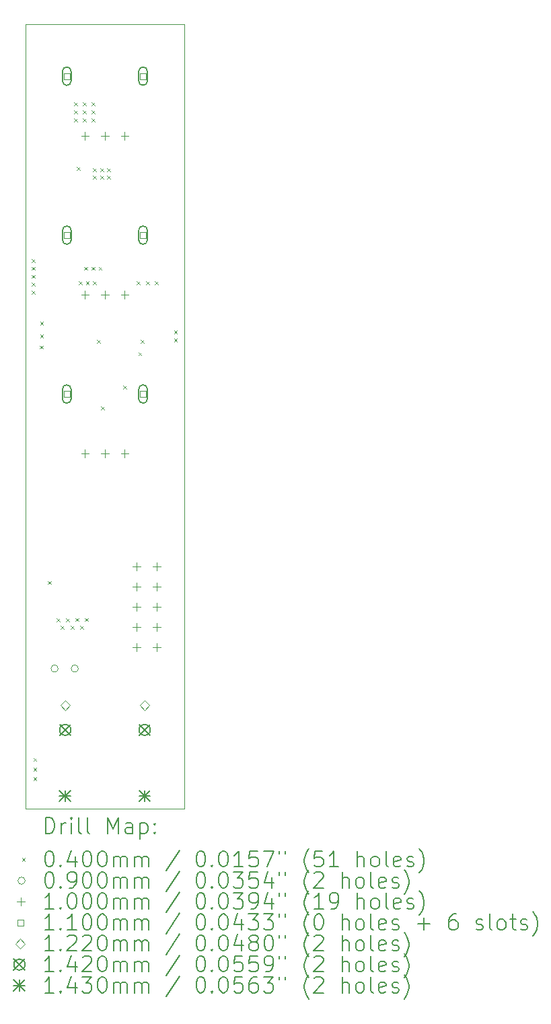
<source format=gbr>
%TF.GenerationSoftware,KiCad,Pcbnew,6.0.7+dfsg-1~bpo11+1*%
%TF.CreationDate,2022-10-26T04:05:37+08:00*%
%TF.ProjectId,MiniDelay v1.0 - Main,4d696e69-4465-46c6-9179-2076312e3020,rev?*%
%TF.SameCoordinates,Original*%
%TF.FileFunction,Drillmap*%
%TF.FilePolarity,Positive*%
%FSLAX45Y45*%
G04 Gerber Fmt 4.5, Leading zero omitted, Abs format (unit mm)*
G04 Created by KiCad (PCBNEW 6.0.7+dfsg-1~bpo11+1) date 2022-10-26 04:05:37*
%MOMM*%
%LPD*%
G01*
G04 APERTURE LIST*
%ADD10C,0.100000*%
%ADD11C,0.200000*%
%ADD12C,0.040000*%
%ADD13C,0.090000*%
%ADD14C,0.110000*%
%ADD15C,0.122000*%
%ADD16C,0.142000*%
%ADD17C,0.143000*%
G04 APERTURE END LIST*
D10*
X12500000Y-15615000D02*
X12500000Y-5750000D01*
X12500000Y-5750000D02*
X14500000Y-5750000D01*
X14500000Y-5750000D02*
X14500000Y-15615000D01*
X14500000Y-15615000D02*
X12500000Y-15615000D01*
D11*
D12*
X12580000Y-8700000D02*
X12620000Y-8740000D01*
X12620000Y-8700000D02*
X12580000Y-8740000D01*
X12580000Y-8800000D02*
X12620000Y-8840000D01*
X12620000Y-8800000D02*
X12580000Y-8840000D01*
X12580000Y-8900000D02*
X12620000Y-8940000D01*
X12620000Y-8900000D02*
X12580000Y-8940000D01*
X12580000Y-9000000D02*
X12620000Y-9040000D01*
X12620000Y-9000000D02*
X12580000Y-9040000D01*
X12580000Y-9100000D02*
X12620000Y-9140000D01*
X12620000Y-9100000D02*
X12580000Y-9140000D01*
X12600000Y-14980000D02*
X12640000Y-15020000D01*
X12640000Y-14980000D02*
X12600000Y-15020000D01*
X12600000Y-15100000D02*
X12640000Y-15140000D01*
X12640000Y-15100000D02*
X12600000Y-15140000D01*
X12600000Y-15220000D02*
X12640000Y-15260000D01*
X12640000Y-15220000D02*
X12600000Y-15260000D01*
X12680000Y-9790000D02*
X12720000Y-9830000D01*
X12720000Y-9790000D02*
X12680000Y-9830000D01*
X12685000Y-9492500D02*
X12725000Y-9532500D01*
X12725000Y-9492500D02*
X12685000Y-9532500D01*
X12685000Y-9650000D02*
X12725000Y-9690000D01*
X12725000Y-9650000D02*
X12685000Y-9690000D01*
X12782500Y-12752500D02*
X12822500Y-12792500D01*
X12822500Y-12752500D02*
X12782500Y-12792500D01*
X12890000Y-13225000D02*
X12930000Y-13265000D01*
X12930000Y-13225000D02*
X12890000Y-13265000D01*
X12942500Y-13317500D02*
X12982500Y-13357500D01*
X12982500Y-13317500D02*
X12942500Y-13357500D01*
X13010000Y-13222500D02*
X13050000Y-13262500D01*
X13050000Y-13222500D02*
X13010000Y-13262500D01*
X13070000Y-13317500D02*
X13110000Y-13357500D01*
X13110000Y-13317500D02*
X13070000Y-13357500D01*
X13110000Y-6730000D02*
X13150000Y-6770000D01*
X13150000Y-6730000D02*
X13110000Y-6770000D01*
X13110000Y-6830000D02*
X13150000Y-6870000D01*
X13150000Y-6830000D02*
X13110000Y-6870000D01*
X13110000Y-6930000D02*
X13150000Y-6970000D01*
X13150000Y-6930000D02*
X13110000Y-6970000D01*
X13127500Y-13220000D02*
X13167500Y-13260000D01*
X13167500Y-13220000D02*
X13127500Y-13260000D01*
X13145000Y-7540000D02*
X13185000Y-7580000D01*
X13185000Y-7540000D02*
X13145000Y-7580000D01*
X13170000Y-8980000D02*
X13210000Y-9020000D01*
X13210000Y-8980000D02*
X13170000Y-9020000D01*
X13190000Y-13317500D02*
X13230000Y-13357500D01*
X13230000Y-13317500D02*
X13190000Y-13357500D01*
X13220000Y-6730000D02*
X13260000Y-6770000D01*
X13260000Y-6730000D02*
X13220000Y-6770000D01*
X13220000Y-6830000D02*
X13260000Y-6870000D01*
X13260000Y-6830000D02*
X13220000Y-6870000D01*
X13220000Y-6930000D02*
X13260000Y-6970000D01*
X13260000Y-6930000D02*
X13220000Y-6970000D01*
X13240000Y-8800000D02*
X13280000Y-8840000D01*
X13280000Y-8800000D02*
X13240000Y-8840000D01*
X13250000Y-13220000D02*
X13290000Y-13260000D01*
X13290000Y-13220000D02*
X13250000Y-13260000D01*
X13260000Y-8980000D02*
X13300000Y-9020000D01*
X13300000Y-8980000D02*
X13260000Y-9020000D01*
X13330000Y-6730000D02*
X13370000Y-6770000D01*
X13370000Y-6730000D02*
X13330000Y-6770000D01*
X13330000Y-6830000D02*
X13370000Y-6870000D01*
X13370000Y-6830000D02*
X13330000Y-6870000D01*
X13330000Y-6930000D02*
X13370000Y-6970000D01*
X13370000Y-6930000D02*
X13330000Y-6970000D01*
X13330000Y-8800000D02*
X13370000Y-8840000D01*
X13370000Y-8800000D02*
X13330000Y-8840000D01*
X13350000Y-7560000D02*
X13390000Y-7600000D01*
X13390000Y-7560000D02*
X13350000Y-7600000D01*
X13350000Y-7650000D02*
X13390000Y-7690000D01*
X13390000Y-7650000D02*
X13350000Y-7690000D01*
X13350000Y-8980000D02*
X13390000Y-9020000D01*
X13390000Y-8980000D02*
X13350000Y-9020000D01*
X13397500Y-9717500D02*
X13437500Y-9757500D01*
X13437500Y-9717500D02*
X13397500Y-9757500D01*
X13420000Y-8800000D02*
X13460000Y-8840000D01*
X13460000Y-8800000D02*
X13420000Y-8840000D01*
X13440000Y-7560000D02*
X13480000Y-7600000D01*
X13480000Y-7560000D02*
X13440000Y-7600000D01*
X13440000Y-7650000D02*
X13480000Y-7690000D01*
X13480000Y-7650000D02*
X13440000Y-7690000D01*
X13451000Y-10559000D02*
X13491000Y-10599000D01*
X13491000Y-10559000D02*
X13451000Y-10599000D01*
X13530000Y-7560000D02*
X13570000Y-7600000D01*
X13570000Y-7560000D02*
X13530000Y-7600000D01*
X13530000Y-7650000D02*
X13570000Y-7690000D01*
X13570000Y-7650000D02*
X13530000Y-7690000D01*
X13730000Y-10295000D02*
X13770000Y-10335000D01*
X13770000Y-10295000D02*
X13730000Y-10335000D01*
X13900000Y-8980000D02*
X13940000Y-9020000D01*
X13940000Y-8980000D02*
X13900000Y-9020000D01*
X13920000Y-9875000D02*
X13960000Y-9915000D01*
X13960000Y-9875000D02*
X13920000Y-9915000D01*
X13947500Y-9717500D02*
X13987500Y-9757500D01*
X13987500Y-9717500D02*
X13947500Y-9757500D01*
X14020000Y-8980000D02*
X14060000Y-9020000D01*
X14060000Y-8980000D02*
X14020000Y-9020000D01*
X14130000Y-8980000D02*
X14170000Y-9020000D01*
X14170000Y-8980000D02*
X14130000Y-9020000D01*
X14370000Y-9600000D02*
X14410000Y-9640000D01*
X14410000Y-9600000D02*
X14370000Y-9640000D01*
X14370000Y-9700000D02*
X14410000Y-9740000D01*
X14410000Y-9700000D02*
X14370000Y-9740000D01*
D13*
X12911000Y-13855000D02*
G75*
G03*
X12911000Y-13855000I-45000J0D01*
G01*
X13165000Y-13855000D02*
G75*
G03*
X13165000Y-13855000I-45000J0D01*
G01*
D10*
X13250000Y-7100000D02*
X13250000Y-7200000D01*
X13200000Y-7150000D02*
X13300000Y-7150000D01*
X13250000Y-9100000D02*
X13250000Y-9200000D01*
X13200000Y-9150000D02*
X13300000Y-9150000D01*
X13250000Y-11100000D02*
X13250000Y-11200000D01*
X13200000Y-11150000D02*
X13300000Y-11150000D01*
X13500000Y-7100000D02*
X13500000Y-7200000D01*
X13450000Y-7150000D02*
X13550000Y-7150000D01*
X13500000Y-9100000D02*
X13500000Y-9200000D01*
X13450000Y-9150000D02*
X13550000Y-9150000D01*
X13500000Y-11100000D02*
X13500000Y-11200000D01*
X13450000Y-11150000D02*
X13550000Y-11150000D01*
X13750000Y-7100000D02*
X13750000Y-7200000D01*
X13700000Y-7150000D02*
X13800000Y-7150000D01*
X13750000Y-9100000D02*
X13750000Y-9200000D01*
X13700000Y-9150000D02*
X13800000Y-9150000D01*
X13750000Y-11100000D02*
X13750000Y-11200000D01*
X13700000Y-11150000D02*
X13800000Y-11150000D01*
X13899750Y-12517000D02*
X13899750Y-12617000D01*
X13849750Y-12567000D02*
X13949750Y-12567000D01*
X13899750Y-12771000D02*
X13899750Y-12871000D01*
X13849750Y-12821000D02*
X13949750Y-12821000D01*
X13899750Y-13025000D02*
X13899750Y-13125000D01*
X13849750Y-13075000D02*
X13949750Y-13075000D01*
X13899750Y-13279000D02*
X13899750Y-13379000D01*
X13849750Y-13329000D02*
X13949750Y-13329000D01*
X13899750Y-13533000D02*
X13899750Y-13633000D01*
X13849750Y-13583000D02*
X13949750Y-13583000D01*
X14153750Y-12517000D02*
X14153750Y-12617000D01*
X14103750Y-12567000D02*
X14203750Y-12567000D01*
X14153750Y-12771000D02*
X14153750Y-12871000D01*
X14103750Y-12821000D02*
X14203750Y-12821000D01*
X14153750Y-13025000D02*
X14153750Y-13125000D01*
X14103750Y-13075000D02*
X14203750Y-13075000D01*
X14153750Y-13279000D02*
X14153750Y-13379000D01*
X14103750Y-13329000D02*
X14203750Y-13329000D01*
X14153750Y-13533000D02*
X14153750Y-13633000D01*
X14103750Y-13583000D02*
X14203750Y-13583000D01*
D14*
X13058891Y-6438891D02*
X13058891Y-6361109D01*
X12981109Y-6361109D01*
X12981109Y-6438891D01*
X13058891Y-6438891D01*
D11*
X13075000Y-6460000D02*
X13075000Y-6340000D01*
X12965000Y-6460000D02*
X12965000Y-6340000D01*
X13075000Y-6340000D02*
G75*
G03*
X12965000Y-6340000I-55000J0D01*
G01*
X12965000Y-6460000D02*
G75*
G03*
X13075000Y-6460000I55000J0D01*
G01*
D14*
X13058891Y-8438891D02*
X13058891Y-8361109D01*
X12981109Y-8361109D01*
X12981109Y-8438891D01*
X13058891Y-8438891D01*
D11*
X13075000Y-8460000D02*
X13075000Y-8340000D01*
X12965000Y-8460000D02*
X12965000Y-8340000D01*
X13075000Y-8340000D02*
G75*
G03*
X12965000Y-8340000I-55000J0D01*
G01*
X12965000Y-8460000D02*
G75*
G03*
X13075000Y-8460000I55000J0D01*
G01*
D14*
X13058891Y-10438891D02*
X13058891Y-10361109D01*
X12981109Y-10361109D01*
X12981109Y-10438891D01*
X13058891Y-10438891D01*
D11*
X13075000Y-10460000D02*
X13075000Y-10340000D01*
X12965000Y-10460000D02*
X12965000Y-10340000D01*
X13075000Y-10340000D02*
G75*
G03*
X12965000Y-10340000I-55000J0D01*
G01*
X12965000Y-10460000D02*
G75*
G03*
X13075000Y-10460000I55000J0D01*
G01*
D14*
X14018891Y-6438891D02*
X14018891Y-6361109D01*
X13941109Y-6361109D01*
X13941109Y-6438891D01*
X14018891Y-6438891D01*
D11*
X14035000Y-6460000D02*
X14035000Y-6340000D01*
X13925000Y-6460000D02*
X13925000Y-6340000D01*
X14035000Y-6340000D02*
G75*
G03*
X13925000Y-6340000I-55000J0D01*
G01*
X13925000Y-6460000D02*
G75*
G03*
X14035000Y-6460000I55000J0D01*
G01*
D14*
X14018891Y-8438891D02*
X14018891Y-8361109D01*
X13941109Y-8361109D01*
X13941109Y-8438891D01*
X14018891Y-8438891D01*
D11*
X14035000Y-8460000D02*
X14035000Y-8340000D01*
X13925000Y-8460000D02*
X13925000Y-8340000D01*
X14035000Y-8340000D02*
G75*
G03*
X13925000Y-8340000I-55000J0D01*
G01*
X13925000Y-8460000D02*
G75*
G03*
X14035000Y-8460000I55000J0D01*
G01*
D14*
X14018891Y-10438891D02*
X14018891Y-10361109D01*
X13941109Y-10361109D01*
X13941109Y-10438891D01*
X14018891Y-10438891D01*
D11*
X14035000Y-10460000D02*
X14035000Y-10340000D01*
X13925000Y-10460000D02*
X13925000Y-10340000D01*
X14035000Y-10340000D02*
G75*
G03*
X13925000Y-10340000I-55000J0D01*
G01*
X13925000Y-10460000D02*
G75*
G03*
X14035000Y-10460000I55000J0D01*
G01*
D15*
X13000000Y-14378000D02*
X13061000Y-14317000D01*
X13000000Y-14256000D01*
X12939000Y-14317000D01*
X13000000Y-14378000D01*
X14000000Y-14378000D02*
X14061000Y-14317000D01*
X14000000Y-14256000D01*
X13939000Y-14317000D01*
X14000000Y-14378000D01*
D16*
X12929000Y-14556000D02*
X13071000Y-14698000D01*
X13071000Y-14556000D02*
X12929000Y-14698000D01*
X13071000Y-14627000D02*
G75*
G03*
X13071000Y-14627000I-71000J0D01*
G01*
X13929000Y-14556000D02*
X14071000Y-14698000D01*
X14071000Y-14556000D02*
X13929000Y-14698000D01*
X14071000Y-14627000D02*
G75*
G03*
X14071000Y-14627000I-71000J0D01*
G01*
D17*
X12928500Y-15385500D02*
X13071500Y-15528500D01*
X13071500Y-15385500D02*
X12928500Y-15528500D01*
X13000000Y-15385500D02*
X13000000Y-15528500D01*
X12928500Y-15457000D02*
X13071500Y-15457000D01*
X13928500Y-15385500D02*
X14071500Y-15528500D01*
X14071500Y-15385500D02*
X13928500Y-15528500D01*
X14000000Y-15385500D02*
X14000000Y-15528500D01*
X13928500Y-15457000D02*
X14071500Y-15457000D01*
D11*
X12752619Y-15930476D02*
X12752619Y-15730476D01*
X12800238Y-15730476D01*
X12828809Y-15740000D01*
X12847857Y-15759048D01*
X12857381Y-15778095D01*
X12866905Y-15816190D01*
X12866905Y-15844762D01*
X12857381Y-15882857D01*
X12847857Y-15901905D01*
X12828809Y-15920952D01*
X12800238Y-15930476D01*
X12752619Y-15930476D01*
X12952619Y-15930476D02*
X12952619Y-15797143D01*
X12952619Y-15835238D02*
X12962143Y-15816190D01*
X12971667Y-15806667D01*
X12990714Y-15797143D01*
X13009762Y-15797143D01*
X13076428Y-15930476D02*
X13076428Y-15797143D01*
X13076428Y-15730476D02*
X13066905Y-15740000D01*
X13076428Y-15749524D01*
X13085952Y-15740000D01*
X13076428Y-15730476D01*
X13076428Y-15749524D01*
X13200238Y-15930476D02*
X13181190Y-15920952D01*
X13171667Y-15901905D01*
X13171667Y-15730476D01*
X13305000Y-15930476D02*
X13285952Y-15920952D01*
X13276428Y-15901905D01*
X13276428Y-15730476D01*
X13533571Y-15930476D02*
X13533571Y-15730476D01*
X13600238Y-15873333D01*
X13666905Y-15730476D01*
X13666905Y-15930476D01*
X13847857Y-15930476D02*
X13847857Y-15825714D01*
X13838333Y-15806667D01*
X13819286Y-15797143D01*
X13781190Y-15797143D01*
X13762143Y-15806667D01*
X13847857Y-15920952D02*
X13828809Y-15930476D01*
X13781190Y-15930476D01*
X13762143Y-15920952D01*
X13752619Y-15901905D01*
X13752619Y-15882857D01*
X13762143Y-15863809D01*
X13781190Y-15854286D01*
X13828809Y-15854286D01*
X13847857Y-15844762D01*
X13943095Y-15797143D02*
X13943095Y-15997143D01*
X13943095Y-15806667D02*
X13962143Y-15797143D01*
X14000238Y-15797143D01*
X14019286Y-15806667D01*
X14028809Y-15816190D01*
X14038333Y-15835238D01*
X14038333Y-15892381D01*
X14028809Y-15911428D01*
X14019286Y-15920952D01*
X14000238Y-15930476D01*
X13962143Y-15930476D01*
X13943095Y-15920952D01*
X14124048Y-15911428D02*
X14133571Y-15920952D01*
X14124048Y-15930476D01*
X14114524Y-15920952D01*
X14124048Y-15911428D01*
X14124048Y-15930476D01*
X14124048Y-15806667D02*
X14133571Y-15816190D01*
X14124048Y-15825714D01*
X14114524Y-15816190D01*
X14124048Y-15806667D01*
X14124048Y-15825714D01*
D12*
X12455000Y-16240000D02*
X12495000Y-16280000D01*
X12495000Y-16240000D02*
X12455000Y-16280000D01*
D11*
X12790714Y-16150476D02*
X12809762Y-16150476D01*
X12828809Y-16160000D01*
X12838333Y-16169524D01*
X12847857Y-16188571D01*
X12857381Y-16226667D01*
X12857381Y-16274286D01*
X12847857Y-16312381D01*
X12838333Y-16331428D01*
X12828809Y-16340952D01*
X12809762Y-16350476D01*
X12790714Y-16350476D01*
X12771667Y-16340952D01*
X12762143Y-16331428D01*
X12752619Y-16312381D01*
X12743095Y-16274286D01*
X12743095Y-16226667D01*
X12752619Y-16188571D01*
X12762143Y-16169524D01*
X12771667Y-16160000D01*
X12790714Y-16150476D01*
X12943095Y-16331428D02*
X12952619Y-16340952D01*
X12943095Y-16350476D01*
X12933571Y-16340952D01*
X12943095Y-16331428D01*
X12943095Y-16350476D01*
X13124048Y-16217143D02*
X13124048Y-16350476D01*
X13076428Y-16140952D02*
X13028809Y-16283809D01*
X13152619Y-16283809D01*
X13266905Y-16150476D02*
X13285952Y-16150476D01*
X13305000Y-16160000D01*
X13314524Y-16169524D01*
X13324048Y-16188571D01*
X13333571Y-16226667D01*
X13333571Y-16274286D01*
X13324048Y-16312381D01*
X13314524Y-16331428D01*
X13305000Y-16340952D01*
X13285952Y-16350476D01*
X13266905Y-16350476D01*
X13247857Y-16340952D01*
X13238333Y-16331428D01*
X13228809Y-16312381D01*
X13219286Y-16274286D01*
X13219286Y-16226667D01*
X13228809Y-16188571D01*
X13238333Y-16169524D01*
X13247857Y-16160000D01*
X13266905Y-16150476D01*
X13457381Y-16150476D02*
X13476428Y-16150476D01*
X13495476Y-16160000D01*
X13505000Y-16169524D01*
X13514524Y-16188571D01*
X13524048Y-16226667D01*
X13524048Y-16274286D01*
X13514524Y-16312381D01*
X13505000Y-16331428D01*
X13495476Y-16340952D01*
X13476428Y-16350476D01*
X13457381Y-16350476D01*
X13438333Y-16340952D01*
X13428809Y-16331428D01*
X13419286Y-16312381D01*
X13409762Y-16274286D01*
X13409762Y-16226667D01*
X13419286Y-16188571D01*
X13428809Y-16169524D01*
X13438333Y-16160000D01*
X13457381Y-16150476D01*
X13609762Y-16350476D02*
X13609762Y-16217143D01*
X13609762Y-16236190D02*
X13619286Y-16226667D01*
X13638333Y-16217143D01*
X13666905Y-16217143D01*
X13685952Y-16226667D01*
X13695476Y-16245714D01*
X13695476Y-16350476D01*
X13695476Y-16245714D02*
X13705000Y-16226667D01*
X13724048Y-16217143D01*
X13752619Y-16217143D01*
X13771667Y-16226667D01*
X13781190Y-16245714D01*
X13781190Y-16350476D01*
X13876428Y-16350476D02*
X13876428Y-16217143D01*
X13876428Y-16236190D02*
X13885952Y-16226667D01*
X13905000Y-16217143D01*
X13933571Y-16217143D01*
X13952619Y-16226667D01*
X13962143Y-16245714D01*
X13962143Y-16350476D01*
X13962143Y-16245714D02*
X13971667Y-16226667D01*
X13990714Y-16217143D01*
X14019286Y-16217143D01*
X14038333Y-16226667D01*
X14047857Y-16245714D01*
X14047857Y-16350476D01*
X14438333Y-16140952D02*
X14266905Y-16398095D01*
X14695476Y-16150476D02*
X14714524Y-16150476D01*
X14733571Y-16160000D01*
X14743095Y-16169524D01*
X14752619Y-16188571D01*
X14762143Y-16226667D01*
X14762143Y-16274286D01*
X14752619Y-16312381D01*
X14743095Y-16331428D01*
X14733571Y-16340952D01*
X14714524Y-16350476D01*
X14695476Y-16350476D01*
X14676428Y-16340952D01*
X14666905Y-16331428D01*
X14657381Y-16312381D01*
X14647857Y-16274286D01*
X14647857Y-16226667D01*
X14657381Y-16188571D01*
X14666905Y-16169524D01*
X14676428Y-16160000D01*
X14695476Y-16150476D01*
X14847857Y-16331428D02*
X14857381Y-16340952D01*
X14847857Y-16350476D01*
X14838333Y-16340952D01*
X14847857Y-16331428D01*
X14847857Y-16350476D01*
X14981190Y-16150476D02*
X15000238Y-16150476D01*
X15019286Y-16160000D01*
X15028809Y-16169524D01*
X15038333Y-16188571D01*
X15047857Y-16226667D01*
X15047857Y-16274286D01*
X15038333Y-16312381D01*
X15028809Y-16331428D01*
X15019286Y-16340952D01*
X15000238Y-16350476D01*
X14981190Y-16350476D01*
X14962143Y-16340952D01*
X14952619Y-16331428D01*
X14943095Y-16312381D01*
X14933571Y-16274286D01*
X14933571Y-16226667D01*
X14943095Y-16188571D01*
X14952619Y-16169524D01*
X14962143Y-16160000D01*
X14981190Y-16150476D01*
X15238333Y-16350476D02*
X15124048Y-16350476D01*
X15181190Y-16350476D02*
X15181190Y-16150476D01*
X15162143Y-16179048D01*
X15143095Y-16198095D01*
X15124048Y-16207619D01*
X15419286Y-16150476D02*
X15324048Y-16150476D01*
X15314524Y-16245714D01*
X15324048Y-16236190D01*
X15343095Y-16226667D01*
X15390714Y-16226667D01*
X15409762Y-16236190D01*
X15419286Y-16245714D01*
X15428809Y-16264762D01*
X15428809Y-16312381D01*
X15419286Y-16331428D01*
X15409762Y-16340952D01*
X15390714Y-16350476D01*
X15343095Y-16350476D01*
X15324048Y-16340952D01*
X15314524Y-16331428D01*
X15495476Y-16150476D02*
X15628809Y-16150476D01*
X15543095Y-16350476D01*
X15695476Y-16150476D02*
X15695476Y-16188571D01*
X15771667Y-16150476D02*
X15771667Y-16188571D01*
X16066905Y-16426667D02*
X16057381Y-16417143D01*
X16038333Y-16388571D01*
X16028809Y-16369524D01*
X16019286Y-16340952D01*
X16009762Y-16293333D01*
X16009762Y-16255238D01*
X16019286Y-16207619D01*
X16028809Y-16179048D01*
X16038333Y-16160000D01*
X16057381Y-16131428D01*
X16066905Y-16121905D01*
X16238333Y-16150476D02*
X16143095Y-16150476D01*
X16133571Y-16245714D01*
X16143095Y-16236190D01*
X16162143Y-16226667D01*
X16209762Y-16226667D01*
X16228809Y-16236190D01*
X16238333Y-16245714D01*
X16247857Y-16264762D01*
X16247857Y-16312381D01*
X16238333Y-16331428D01*
X16228809Y-16340952D01*
X16209762Y-16350476D01*
X16162143Y-16350476D01*
X16143095Y-16340952D01*
X16133571Y-16331428D01*
X16438333Y-16350476D02*
X16324048Y-16350476D01*
X16381190Y-16350476D02*
X16381190Y-16150476D01*
X16362143Y-16179048D01*
X16343095Y-16198095D01*
X16324048Y-16207619D01*
X16676428Y-16350476D02*
X16676428Y-16150476D01*
X16762143Y-16350476D02*
X16762143Y-16245714D01*
X16752619Y-16226667D01*
X16733571Y-16217143D01*
X16705000Y-16217143D01*
X16685952Y-16226667D01*
X16676428Y-16236190D01*
X16885952Y-16350476D02*
X16866905Y-16340952D01*
X16857381Y-16331428D01*
X16847857Y-16312381D01*
X16847857Y-16255238D01*
X16857381Y-16236190D01*
X16866905Y-16226667D01*
X16885952Y-16217143D01*
X16914524Y-16217143D01*
X16933571Y-16226667D01*
X16943095Y-16236190D01*
X16952619Y-16255238D01*
X16952619Y-16312381D01*
X16943095Y-16331428D01*
X16933571Y-16340952D01*
X16914524Y-16350476D01*
X16885952Y-16350476D01*
X17066905Y-16350476D02*
X17047857Y-16340952D01*
X17038333Y-16321905D01*
X17038333Y-16150476D01*
X17219286Y-16340952D02*
X17200238Y-16350476D01*
X17162143Y-16350476D01*
X17143095Y-16340952D01*
X17133571Y-16321905D01*
X17133571Y-16245714D01*
X17143095Y-16226667D01*
X17162143Y-16217143D01*
X17200238Y-16217143D01*
X17219286Y-16226667D01*
X17228810Y-16245714D01*
X17228810Y-16264762D01*
X17133571Y-16283809D01*
X17305000Y-16340952D02*
X17324048Y-16350476D01*
X17362143Y-16350476D01*
X17381190Y-16340952D01*
X17390714Y-16321905D01*
X17390714Y-16312381D01*
X17381190Y-16293333D01*
X17362143Y-16283809D01*
X17333571Y-16283809D01*
X17314524Y-16274286D01*
X17305000Y-16255238D01*
X17305000Y-16245714D01*
X17314524Y-16226667D01*
X17333571Y-16217143D01*
X17362143Y-16217143D01*
X17381190Y-16226667D01*
X17457381Y-16426667D02*
X17466905Y-16417143D01*
X17485952Y-16388571D01*
X17495476Y-16369524D01*
X17505000Y-16340952D01*
X17514524Y-16293333D01*
X17514524Y-16255238D01*
X17505000Y-16207619D01*
X17495476Y-16179048D01*
X17485952Y-16160000D01*
X17466905Y-16131428D01*
X17457381Y-16121905D01*
D13*
X12495000Y-16524000D02*
G75*
G03*
X12495000Y-16524000I-45000J0D01*
G01*
D11*
X12790714Y-16414476D02*
X12809762Y-16414476D01*
X12828809Y-16424000D01*
X12838333Y-16433524D01*
X12847857Y-16452571D01*
X12857381Y-16490667D01*
X12857381Y-16538286D01*
X12847857Y-16576381D01*
X12838333Y-16595428D01*
X12828809Y-16604952D01*
X12809762Y-16614476D01*
X12790714Y-16614476D01*
X12771667Y-16604952D01*
X12762143Y-16595428D01*
X12752619Y-16576381D01*
X12743095Y-16538286D01*
X12743095Y-16490667D01*
X12752619Y-16452571D01*
X12762143Y-16433524D01*
X12771667Y-16424000D01*
X12790714Y-16414476D01*
X12943095Y-16595428D02*
X12952619Y-16604952D01*
X12943095Y-16614476D01*
X12933571Y-16604952D01*
X12943095Y-16595428D01*
X12943095Y-16614476D01*
X13047857Y-16614476D02*
X13085952Y-16614476D01*
X13105000Y-16604952D01*
X13114524Y-16595428D01*
X13133571Y-16566857D01*
X13143095Y-16528762D01*
X13143095Y-16452571D01*
X13133571Y-16433524D01*
X13124048Y-16424000D01*
X13105000Y-16414476D01*
X13066905Y-16414476D01*
X13047857Y-16424000D01*
X13038333Y-16433524D01*
X13028809Y-16452571D01*
X13028809Y-16500190D01*
X13038333Y-16519238D01*
X13047857Y-16528762D01*
X13066905Y-16538286D01*
X13105000Y-16538286D01*
X13124048Y-16528762D01*
X13133571Y-16519238D01*
X13143095Y-16500190D01*
X13266905Y-16414476D02*
X13285952Y-16414476D01*
X13305000Y-16424000D01*
X13314524Y-16433524D01*
X13324048Y-16452571D01*
X13333571Y-16490667D01*
X13333571Y-16538286D01*
X13324048Y-16576381D01*
X13314524Y-16595428D01*
X13305000Y-16604952D01*
X13285952Y-16614476D01*
X13266905Y-16614476D01*
X13247857Y-16604952D01*
X13238333Y-16595428D01*
X13228809Y-16576381D01*
X13219286Y-16538286D01*
X13219286Y-16490667D01*
X13228809Y-16452571D01*
X13238333Y-16433524D01*
X13247857Y-16424000D01*
X13266905Y-16414476D01*
X13457381Y-16414476D02*
X13476428Y-16414476D01*
X13495476Y-16424000D01*
X13505000Y-16433524D01*
X13514524Y-16452571D01*
X13524048Y-16490667D01*
X13524048Y-16538286D01*
X13514524Y-16576381D01*
X13505000Y-16595428D01*
X13495476Y-16604952D01*
X13476428Y-16614476D01*
X13457381Y-16614476D01*
X13438333Y-16604952D01*
X13428809Y-16595428D01*
X13419286Y-16576381D01*
X13409762Y-16538286D01*
X13409762Y-16490667D01*
X13419286Y-16452571D01*
X13428809Y-16433524D01*
X13438333Y-16424000D01*
X13457381Y-16414476D01*
X13609762Y-16614476D02*
X13609762Y-16481143D01*
X13609762Y-16500190D02*
X13619286Y-16490667D01*
X13638333Y-16481143D01*
X13666905Y-16481143D01*
X13685952Y-16490667D01*
X13695476Y-16509714D01*
X13695476Y-16614476D01*
X13695476Y-16509714D02*
X13705000Y-16490667D01*
X13724048Y-16481143D01*
X13752619Y-16481143D01*
X13771667Y-16490667D01*
X13781190Y-16509714D01*
X13781190Y-16614476D01*
X13876428Y-16614476D02*
X13876428Y-16481143D01*
X13876428Y-16500190D02*
X13885952Y-16490667D01*
X13905000Y-16481143D01*
X13933571Y-16481143D01*
X13952619Y-16490667D01*
X13962143Y-16509714D01*
X13962143Y-16614476D01*
X13962143Y-16509714D02*
X13971667Y-16490667D01*
X13990714Y-16481143D01*
X14019286Y-16481143D01*
X14038333Y-16490667D01*
X14047857Y-16509714D01*
X14047857Y-16614476D01*
X14438333Y-16404952D02*
X14266905Y-16662095D01*
X14695476Y-16414476D02*
X14714524Y-16414476D01*
X14733571Y-16424000D01*
X14743095Y-16433524D01*
X14752619Y-16452571D01*
X14762143Y-16490667D01*
X14762143Y-16538286D01*
X14752619Y-16576381D01*
X14743095Y-16595428D01*
X14733571Y-16604952D01*
X14714524Y-16614476D01*
X14695476Y-16614476D01*
X14676428Y-16604952D01*
X14666905Y-16595428D01*
X14657381Y-16576381D01*
X14647857Y-16538286D01*
X14647857Y-16490667D01*
X14657381Y-16452571D01*
X14666905Y-16433524D01*
X14676428Y-16424000D01*
X14695476Y-16414476D01*
X14847857Y-16595428D02*
X14857381Y-16604952D01*
X14847857Y-16614476D01*
X14838333Y-16604952D01*
X14847857Y-16595428D01*
X14847857Y-16614476D01*
X14981190Y-16414476D02*
X15000238Y-16414476D01*
X15019286Y-16424000D01*
X15028809Y-16433524D01*
X15038333Y-16452571D01*
X15047857Y-16490667D01*
X15047857Y-16538286D01*
X15038333Y-16576381D01*
X15028809Y-16595428D01*
X15019286Y-16604952D01*
X15000238Y-16614476D01*
X14981190Y-16614476D01*
X14962143Y-16604952D01*
X14952619Y-16595428D01*
X14943095Y-16576381D01*
X14933571Y-16538286D01*
X14933571Y-16490667D01*
X14943095Y-16452571D01*
X14952619Y-16433524D01*
X14962143Y-16424000D01*
X14981190Y-16414476D01*
X15114524Y-16414476D02*
X15238333Y-16414476D01*
X15171667Y-16490667D01*
X15200238Y-16490667D01*
X15219286Y-16500190D01*
X15228809Y-16509714D01*
X15238333Y-16528762D01*
X15238333Y-16576381D01*
X15228809Y-16595428D01*
X15219286Y-16604952D01*
X15200238Y-16614476D01*
X15143095Y-16614476D01*
X15124048Y-16604952D01*
X15114524Y-16595428D01*
X15419286Y-16414476D02*
X15324048Y-16414476D01*
X15314524Y-16509714D01*
X15324048Y-16500190D01*
X15343095Y-16490667D01*
X15390714Y-16490667D01*
X15409762Y-16500190D01*
X15419286Y-16509714D01*
X15428809Y-16528762D01*
X15428809Y-16576381D01*
X15419286Y-16595428D01*
X15409762Y-16604952D01*
X15390714Y-16614476D01*
X15343095Y-16614476D01*
X15324048Y-16604952D01*
X15314524Y-16595428D01*
X15600238Y-16481143D02*
X15600238Y-16614476D01*
X15552619Y-16404952D02*
X15505000Y-16547809D01*
X15628809Y-16547809D01*
X15695476Y-16414476D02*
X15695476Y-16452571D01*
X15771667Y-16414476D02*
X15771667Y-16452571D01*
X16066905Y-16690667D02*
X16057381Y-16681143D01*
X16038333Y-16652571D01*
X16028809Y-16633524D01*
X16019286Y-16604952D01*
X16009762Y-16557333D01*
X16009762Y-16519238D01*
X16019286Y-16471619D01*
X16028809Y-16443048D01*
X16038333Y-16424000D01*
X16057381Y-16395428D01*
X16066905Y-16385905D01*
X16133571Y-16433524D02*
X16143095Y-16424000D01*
X16162143Y-16414476D01*
X16209762Y-16414476D01*
X16228809Y-16424000D01*
X16238333Y-16433524D01*
X16247857Y-16452571D01*
X16247857Y-16471619D01*
X16238333Y-16500190D01*
X16124048Y-16614476D01*
X16247857Y-16614476D01*
X16485952Y-16614476D02*
X16485952Y-16414476D01*
X16571667Y-16614476D02*
X16571667Y-16509714D01*
X16562143Y-16490667D01*
X16543095Y-16481143D01*
X16514524Y-16481143D01*
X16495476Y-16490667D01*
X16485952Y-16500190D01*
X16695476Y-16614476D02*
X16676428Y-16604952D01*
X16666905Y-16595428D01*
X16657381Y-16576381D01*
X16657381Y-16519238D01*
X16666905Y-16500190D01*
X16676428Y-16490667D01*
X16695476Y-16481143D01*
X16724048Y-16481143D01*
X16743095Y-16490667D01*
X16752619Y-16500190D01*
X16762143Y-16519238D01*
X16762143Y-16576381D01*
X16752619Y-16595428D01*
X16743095Y-16604952D01*
X16724048Y-16614476D01*
X16695476Y-16614476D01*
X16876429Y-16614476D02*
X16857381Y-16604952D01*
X16847857Y-16585905D01*
X16847857Y-16414476D01*
X17028810Y-16604952D02*
X17009762Y-16614476D01*
X16971667Y-16614476D01*
X16952619Y-16604952D01*
X16943095Y-16585905D01*
X16943095Y-16509714D01*
X16952619Y-16490667D01*
X16971667Y-16481143D01*
X17009762Y-16481143D01*
X17028810Y-16490667D01*
X17038333Y-16509714D01*
X17038333Y-16528762D01*
X16943095Y-16547809D01*
X17114524Y-16604952D02*
X17133571Y-16614476D01*
X17171667Y-16614476D01*
X17190714Y-16604952D01*
X17200238Y-16585905D01*
X17200238Y-16576381D01*
X17190714Y-16557333D01*
X17171667Y-16547809D01*
X17143095Y-16547809D01*
X17124048Y-16538286D01*
X17114524Y-16519238D01*
X17114524Y-16509714D01*
X17124048Y-16490667D01*
X17143095Y-16481143D01*
X17171667Y-16481143D01*
X17190714Y-16490667D01*
X17266905Y-16690667D02*
X17276429Y-16681143D01*
X17295476Y-16652571D01*
X17305000Y-16633524D01*
X17314524Y-16604952D01*
X17324048Y-16557333D01*
X17324048Y-16519238D01*
X17314524Y-16471619D01*
X17305000Y-16443048D01*
X17295476Y-16424000D01*
X17276429Y-16395428D01*
X17266905Y-16385905D01*
D10*
X12445000Y-16738000D02*
X12445000Y-16838000D01*
X12395000Y-16788000D02*
X12495000Y-16788000D01*
D11*
X12857381Y-16878476D02*
X12743095Y-16878476D01*
X12800238Y-16878476D02*
X12800238Y-16678476D01*
X12781190Y-16707048D01*
X12762143Y-16726095D01*
X12743095Y-16735619D01*
X12943095Y-16859429D02*
X12952619Y-16868952D01*
X12943095Y-16878476D01*
X12933571Y-16868952D01*
X12943095Y-16859429D01*
X12943095Y-16878476D01*
X13076428Y-16678476D02*
X13095476Y-16678476D01*
X13114524Y-16688000D01*
X13124048Y-16697524D01*
X13133571Y-16716571D01*
X13143095Y-16754667D01*
X13143095Y-16802286D01*
X13133571Y-16840381D01*
X13124048Y-16859429D01*
X13114524Y-16868952D01*
X13095476Y-16878476D01*
X13076428Y-16878476D01*
X13057381Y-16868952D01*
X13047857Y-16859429D01*
X13038333Y-16840381D01*
X13028809Y-16802286D01*
X13028809Y-16754667D01*
X13038333Y-16716571D01*
X13047857Y-16697524D01*
X13057381Y-16688000D01*
X13076428Y-16678476D01*
X13266905Y-16678476D02*
X13285952Y-16678476D01*
X13305000Y-16688000D01*
X13314524Y-16697524D01*
X13324048Y-16716571D01*
X13333571Y-16754667D01*
X13333571Y-16802286D01*
X13324048Y-16840381D01*
X13314524Y-16859429D01*
X13305000Y-16868952D01*
X13285952Y-16878476D01*
X13266905Y-16878476D01*
X13247857Y-16868952D01*
X13238333Y-16859429D01*
X13228809Y-16840381D01*
X13219286Y-16802286D01*
X13219286Y-16754667D01*
X13228809Y-16716571D01*
X13238333Y-16697524D01*
X13247857Y-16688000D01*
X13266905Y-16678476D01*
X13457381Y-16678476D02*
X13476428Y-16678476D01*
X13495476Y-16688000D01*
X13505000Y-16697524D01*
X13514524Y-16716571D01*
X13524048Y-16754667D01*
X13524048Y-16802286D01*
X13514524Y-16840381D01*
X13505000Y-16859429D01*
X13495476Y-16868952D01*
X13476428Y-16878476D01*
X13457381Y-16878476D01*
X13438333Y-16868952D01*
X13428809Y-16859429D01*
X13419286Y-16840381D01*
X13409762Y-16802286D01*
X13409762Y-16754667D01*
X13419286Y-16716571D01*
X13428809Y-16697524D01*
X13438333Y-16688000D01*
X13457381Y-16678476D01*
X13609762Y-16878476D02*
X13609762Y-16745143D01*
X13609762Y-16764190D02*
X13619286Y-16754667D01*
X13638333Y-16745143D01*
X13666905Y-16745143D01*
X13685952Y-16754667D01*
X13695476Y-16773714D01*
X13695476Y-16878476D01*
X13695476Y-16773714D02*
X13705000Y-16754667D01*
X13724048Y-16745143D01*
X13752619Y-16745143D01*
X13771667Y-16754667D01*
X13781190Y-16773714D01*
X13781190Y-16878476D01*
X13876428Y-16878476D02*
X13876428Y-16745143D01*
X13876428Y-16764190D02*
X13885952Y-16754667D01*
X13905000Y-16745143D01*
X13933571Y-16745143D01*
X13952619Y-16754667D01*
X13962143Y-16773714D01*
X13962143Y-16878476D01*
X13962143Y-16773714D02*
X13971667Y-16754667D01*
X13990714Y-16745143D01*
X14019286Y-16745143D01*
X14038333Y-16754667D01*
X14047857Y-16773714D01*
X14047857Y-16878476D01*
X14438333Y-16668952D02*
X14266905Y-16926095D01*
X14695476Y-16678476D02*
X14714524Y-16678476D01*
X14733571Y-16688000D01*
X14743095Y-16697524D01*
X14752619Y-16716571D01*
X14762143Y-16754667D01*
X14762143Y-16802286D01*
X14752619Y-16840381D01*
X14743095Y-16859429D01*
X14733571Y-16868952D01*
X14714524Y-16878476D01*
X14695476Y-16878476D01*
X14676428Y-16868952D01*
X14666905Y-16859429D01*
X14657381Y-16840381D01*
X14647857Y-16802286D01*
X14647857Y-16754667D01*
X14657381Y-16716571D01*
X14666905Y-16697524D01*
X14676428Y-16688000D01*
X14695476Y-16678476D01*
X14847857Y-16859429D02*
X14857381Y-16868952D01*
X14847857Y-16878476D01*
X14838333Y-16868952D01*
X14847857Y-16859429D01*
X14847857Y-16878476D01*
X14981190Y-16678476D02*
X15000238Y-16678476D01*
X15019286Y-16688000D01*
X15028809Y-16697524D01*
X15038333Y-16716571D01*
X15047857Y-16754667D01*
X15047857Y-16802286D01*
X15038333Y-16840381D01*
X15028809Y-16859429D01*
X15019286Y-16868952D01*
X15000238Y-16878476D01*
X14981190Y-16878476D01*
X14962143Y-16868952D01*
X14952619Y-16859429D01*
X14943095Y-16840381D01*
X14933571Y-16802286D01*
X14933571Y-16754667D01*
X14943095Y-16716571D01*
X14952619Y-16697524D01*
X14962143Y-16688000D01*
X14981190Y-16678476D01*
X15114524Y-16678476D02*
X15238333Y-16678476D01*
X15171667Y-16754667D01*
X15200238Y-16754667D01*
X15219286Y-16764190D01*
X15228809Y-16773714D01*
X15238333Y-16792762D01*
X15238333Y-16840381D01*
X15228809Y-16859429D01*
X15219286Y-16868952D01*
X15200238Y-16878476D01*
X15143095Y-16878476D01*
X15124048Y-16868952D01*
X15114524Y-16859429D01*
X15333571Y-16878476D02*
X15371667Y-16878476D01*
X15390714Y-16868952D01*
X15400238Y-16859429D01*
X15419286Y-16830857D01*
X15428809Y-16792762D01*
X15428809Y-16716571D01*
X15419286Y-16697524D01*
X15409762Y-16688000D01*
X15390714Y-16678476D01*
X15352619Y-16678476D01*
X15333571Y-16688000D01*
X15324048Y-16697524D01*
X15314524Y-16716571D01*
X15314524Y-16764190D01*
X15324048Y-16783238D01*
X15333571Y-16792762D01*
X15352619Y-16802286D01*
X15390714Y-16802286D01*
X15409762Y-16792762D01*
X15419286Y-16783238D01*
X15428809Y-16764190D01*
X15600238Y-16745143D02*
X15600238Y-16878476D01*
X15552619Y-16668952D02*
X15505000Y-16811810D01*
X15628809Y-16811810D01*
X15695476Y-16678476D02*
X15695476Y-16716571D01*
X15771667Y-16678476D02*
X15771667Y-16716571D01*
X16066905Y-16954667D02*
X16057381Y-16945143D01*
X16038333Y-16916571D01*
X16028809Y-16897524D01*
X16019286Y-16868952D01*
X16009762Y-16821333D01*
X16009762Y-16783238D01*
X16019286Y-16735619D01*
X16028809Y-16707048D01*
X16038333Y-16688000D01*
X16057381Y-16659428D01*
X16066905Y-16649905D01*
X16247857Y-16878476D02*
X16133571Y-16878476D01*
X16190714Y-16878476D02*
X16190714Y-16678476D01*
X16171667Y-16707048D01*
X16152619Y-16726095D01*
X16133571Y-16735619D01*
X16343095Y-16878476D02*
X16381190Y-16878476D01*
X16400238Y-16868952D01*
X16409762Y-16859429D01*
X16428809Y-16830857D01*
X16438333Y-16792762D01*
X16438333Y-16716571D01*
X16428809Y-16697524D01*
X16419286Y-16688000D01*
X16400238Y-16678476D01*
X16362143Y-16678476D01*
X16343095Y-16688000D01*
X16333571Y-16697524D01*
X16324048Y-16716571D01*
X16324048Y-16764190D01*
X16333571Y-16783238D01*
X16343095Y-16792762D01*
X16362143Y-16802286D01*
X16400238Y-16802286D01*
X16419286Y-16792762D01*
X16428809Y-16783238D01*
X16438333Y-16764190D01*
X16676428Y-16878476D02*
X16676428Y-16678476D01*
X16762143Y-16878476D02*
X16762143Y-16773714D01*
X16752619Y-16754667D01*
X16733571Y-16745143D01*
X16705000Y-16745143D01*
X16685952Y-16754667D01*
X16676428Y-16764190D01*
X16885952Y-16878476D02*
X16866905Y-16868952D01*
X16857381Y-16859429D01*
X16847857Y-16840381D01*
X16847857Y-16783238D01*
X16857381Y-16764190D01*
X16866905Y-16754667D01*
X16885952Y-16745143D01*
X16914524Y-16745143D01*
X16933571Y-16754667D01*
X16943095Y-16764190D01*
X16952619Y-16783238D01*
X16952619Y-16840381D01*
X16943095Y-16859429D01*
X16933571Y-16868952D01*
X16914524Y-16878476D01*
X16885952Y-16878476D01*
X17066905Y-16878476D02*
X17047857Y-16868952D01*
X17038333Y-16849905D01*
X17038333Y-16678476D01*
X17219286Y-16868952D02*
X17200238Y-16878476D01*
X17162143Y-16878476D01*
X17143095Y-16868952D01*
X17133571Y-16849905D01*
X17133571Y-16773714D01*
X17143095Y-16754667D01*
X17162143Y-16745143D01*
X17200238Y-16745143D01*
X17219286Y-16754667D01*
X17228810Y-16773714D01*
X17228810Y-16792762D01*
X17133571Y-16811810D01*
X17305000Y-16868952D02*
X17324048Y-16878476D01*
X17362143Y-16878476D01*
X17381190Y-16868952D01*
X17390714Y-16849905D01*
X17390714Y-16840381D01*
X17381190Y-16821333D01*
X17362143Y-16811810D01*
X17333571Y-16811810D01*
X17314524Y-16802286D01*
X17305000Y-16783238D01*
X17305000Y-16773714D01*
X17314524Y-16754667D01*
X17333571Y-16745143D01*
X17362143Y-16745143D01*
X17381190Y-16754667D01*
X17457381Y-16954667D02*
X17466905Y-16945143D01*
X17485952Y-16916571D01*
X17495476Y-16897524D01*
X17505000Y-16868952D01*
X17514524Y-16821333D01*
X17514524Y-16783238D01*
X17505000Y-16735619D01*
X17495476Y-16707048D01*
X17485952Y-16688000D01*
X17466905Y-16659428D01*
X17457381Y-16649905D01*
D14*
X12478891Y-17090891D02*
X12478891Y-17013109D01*
X12401109Y-17013109D01*
X12401109Y-17090891D01*
X12478891Y-17090891D01*
D11*
X12857381Y-17142476D02*
X12743095Y-17142476D01*
X12800238Y-17142476D02*
X12800238Y-16942476D01*
X12781190Y-16971048D01*
X12762143Y-16990095D01*
X12743095Y-16999619D01*
X12943095Y-17123429D02*
X12952619Y-17132952D01*
X12943095Y-17142476D01*
X12933571Y-17132952D01*
X12943095Y-17123429D01*
X12943095Y-17142476D01*
X13143095Y-17142476D02*
X13028809Y-17142476D01*
X13085952Y-17142476D02*
X13085952Y-16942476D01*
X13066905Y-16971048D01*
X13047857Y-16990095D01*
X13028809Y-16999619D01*
X13266905Y-16942476D02*
X13285952Y-16942476D01*
X13305000Y-16952000D01*
X13314524Y-16961524D01*
X13324048Y-16980571D01*
X13333571Y-17018667D01*
X13333571Y-17066286D01*
X13324048Y-17104381D01*
X13314524Y-17123429D01*
X13305000Y-17132952D01*
X13285952Y-17142476D01*
X13266905Y-17142476D01*
X13247857Y-17132952D01*
X13238333Y-17123429D01*
X13228809Y-17104381D01*
X13219286Y-17066286D01*
X13219286Y-17018667D01*
X13228809Y-16980571D01*
X13238333Y-16961524D01*
X13247857Y-16952000D01*
X13266905Y-16942476D01*
X13457381Y-16942476D02*
X13476428Y-16942476D01*
X13495476Y-16952000D01*
X13505000Y-16961524D01*
X13514524Y-16980571D01*
X13524048Y-17018667D01*
X13524048Y-17066286D01*
X13514524Y-17104381D01*
X13505000Y-17123429D01*
X13495476Y-17132952D01*
X13476428Y-17142476D01*
X13457381Y-17142476D01*
X13438333Y-17132952D01*
X13428809Y-17123429D01*
X13419286Y-17104381D01*
X13409762Y-17066286D01*
X13409762Y-17018667D01*
X13419286Y-16980571D01*
X13428809Y-16961524D01*
X13438333Y-16952000D01*
X13457381Y-16942476D01*
X13609762Y-17142476D02*
X13609762Y-17009143D01*
X13609762Y-17028190D02*
X13619286Y-17018667D01*
X13638333Y-17009143D01*
X13666905Y-17009143D01*
X13685952Y-17018667D01*
X13695476Y-17037714D01*
X13695476Y-17142476D01*
X13695476Y-17037714D02*
X13705000Y-17018667D01*
X13724048Y-17009143D01*
X13752619Y-17009143D01*
X13771667Y-17018667D01*
X13781190Y-17037714D01*
X13781190Y-17142476D01*
X13876428Y-17142476D02*
X13876428Y-17009143D01*
X13876428Y-17028190D02*
X13885952Y-17018667D01*
X13905000Y-17009143D01*
X13933571Y-17009143D01*
X13952619Y-17018667D01*
X13962143Y-17037714D01*
X13962143Y-17142476D01*
X13962143Y-17037714D02*
X13971667Y-17018667D01*
X13990714Y-17009143D01*
X14019286Y-17009143D01*
X14038333Y-17018667D01*
X14047857Y-17037714D01*
X14047857Y-17142476D01*
X14438333Y-16932952D02*
X14266905Y-17190095D01*
X14695476Y-16942476D02*
X14714524Y-16942476D01*
X14733571Y-16952000D01*
X14743095Y-16961524D01*
X14752619Y-16980571D01*
X14762143Y-17018667D01*
X14762143Y-17066286D01*
X14752619Y-17104381D01*
X14743095Y-17123429D01*
X14733571Y-17132952D01*
X14714524Y-17142476D01*
X14695476Y-17142476D01*
X14676428Y-17132952D01*
X14666905Y-17123429D01*
X14657381Y-17104381D01*
X14647857Y-17066286D01*
X14647857Y-17018667D01*
X14657381Y-16980571D01*
X14666905Y-16961524D01*
X14676428Y-16952000D01*
X14695476Y-16942476D01*
X14847857Y-17123429D02*
X14857381Y-17132952D01*
X14847857Y-17142476D01*
X14838333Y-17132952D01*
X14847857Y-17123429D01*
X14847857Y-17142476D01*
X14981190Y-16942476D02*
X15000238Y-16942476D01*
X15019286Y-16952000D01*
X15028809Y-16961524D01*
X15038333Y-16980571D01*
X15047857Y-17018667D01*
X15047857Y-17066286D01*
X15038333Y-17104381D01*
X15028809Y-17123429D01*
X15019286Y-17132952D01*
X15000238Y-17142476D01*
X14981190Y-17142476D01*
X14962143Y-17132952D01*
X14952619Y-17123429D01*
X14943095Y-17104381D01*
X14933571Y-17066286D01*
X14933571Y-17018667D01*
X14943095Y-16980571D01*
X14952619Y-16961524D01*
X14962143Y-16952000D01*
X14981190Y-16942476D01*
X15219286Y-17009143D02*
X15219286Y-17142476D01*
X15171667Y-16932952D02*
X15124048Y-17075810D01*
X15247857Y-17075810D01*
X15305000Y-16942476D02*
X15428809Y-16942476D01*
X15362143Y-17018667D01*
X15390714Y-17018667D01*
X15409762Y-17028190D01*
X15419286Y-17037714D01*
X15428809Y-17056762D01*
X15428809Y-17104381D01*
X15419286Y-17123429D01*
X15409762Y-17132952D01*
X15390714Y-17142476D01*
X15333571Y-17142476D01*
X15314524Y-17132952D01*
X15305000Y-17123429D01*
X15495476Y-16942476D02*
X15619286Y-16942476D01*
X15552619Y-17018667D01*
X15581190Y-17018667D01*
X15600238Y-17028190D01*
X15609762Y-17037714D01*
X15619286Y-17056762D01*
X15619286Y-17104381D01*
X15609762Y-17123429D01*
X15600238Y-17132952D01*
X15581190Y-17142476D01*
X15524048Y-17142476D01*
X15505000Y-17132952D01*
X15495476Y-17123429D01*
X15695476Y-16942476D02*
X15695476Y-16980571D01*
X15771667Y-16942476D02*
X15771667Y-16980571D01*
X16066905Y-17218667D02*
X16057381Y-17209143D01*
X16038333Y-17180571D01*
X16028809Y-17161524D01*
X16019286Y-17132952D01*
X16009762Y-17085333D01*
X16009762Y-17047238D01*
X16019286Y-16999619D01*
X16028809Y-16971048D01*
X16038333Y-16952000D01*
X16057381Y-16923429D01*
X16066905Y-16913905D01*
X16181190Y-16942476D02*
X16200238Y-16942476D01*
X16219286Y-16952000D01*
X16228809Y-16961524D01*
X16238333Y-16980571D01*
X16247857Y-17018667D01*
X16247857Y-17066286D01*
X16238333Y-17104381D01*
X16228809Y-17123429D01*
X16219286Y-17132952D01*
X16200238Y-17142476D01*
X16181190Y-17142476D01*
X16162143Y-17132952D01*
X16152619Y-17123429D01*
X16143095Y-17104381D01*
X16133571Y-17066286D01*
X16133571Y-17018667D01*
X16143095Y-16980571D01*
X16152619Y-16961524D01*
X16162143Y-16952000D01*
X16181190Y-16942476D01*
X16485952Y-17142476D02*
X16485952Y-16942476D01*
X16571667Y-17142476D02*
X16571667Y-17037714D01*
X16562143Y-17018667D01*
X16543095Y-17009143D01*
X16514524Y-17009143D01*
X16495476Y-17018667D01*
X16485952Y-17028190D01*
X16695476Y-17142476D02*
X16676428Y-17132952D01*
X16666905Y-17123429D01*
X16657381Y-17104381D01*
X16657381Y-17047238D01*
X16666905Y-17028190D01*
X16676428Y-17018667D01*
X16695476Y-17009143D01*
X16724048Y-17009143D01*
X16743095Y-17018667D01*
X16752619Y-17028190D01*
X16762143Y-17047238D01*
X16762143Y-17104381D01*
X16752619Y-17123429D01*
X16743095Y-17132952D01*
X16724048Y-17142476D01*
X16695476Y-17142476D01*
X16876429Y-17142476D02*
X16857381Y-17132952D01*
X16847857Y-17113905D01*
X16847857Y-16942476D01*
X17028810Y-17132952D02*
X17009762Y-17142476D01*
X16971667Y-17142476D01*
X16952619Y-17132952D01*
X16943095Y-17113905D01*
X16943095Y-17037714D01*
X16952619Y-17018667D01*
X16971667Y-17009143D01*
X17009762Y-17009143D01*
X17028810Y-17018667D01*
X17038333Y-17037714D01*
X17038333Y-17056762D01*
X16943095Y-17075810D01*
X17114524Y-17132952D02*
X17133571Y-17142476D01*
X17171667Y-17142476D01*
X17190714Y-17132952D01*
X17200238Y-17113905D01*
X17200238Y-17104381D01*
X17190714Y-17085333D01*
X17171667Y-17075810D01*
X17143095Y-17075810D01*
X17124048Y-17066286D01*
X17114524Y-17047238D01*
X17114524Y-17037714D01*
X17124048Y-17018667D01*
X17143095Y-17009143D01*
X17171667Y-17009143D01*
X17190714Y-17018667D01*
X17438333Y-17066286D02*
X17590714Y-17066286D01*
X17514524Y-17142476D02*
X17514524Y-16990095D01*
X17924048Y-16942476D02*
X17885952Y-16942476D01*
X17866905Y-16952000D01*
X17857381Y-16961524D01*
X17838333Y-16990095D01*
X17828810Y-17028190D01*
X17828810Y-17104381D01*
X17838333Y-17123429D01*
X17847857Y-17132952D01*
X17866905Y-17142476D01*
X17905000Y-17142476D01*
X17924048Y-17132952D01*
X17933571Y-17123429D01*
X17943095Y-17104381D01*
X17943095Y-17056762D01*
X17933571Y-17037714D01*
X17924048Y-17028190D01*
X17905000Y-17018667D01*
X17866905Y-17018667D01*
X17847857Y-17028190D01*
X17838333Y-17037714D01*
X17828810Y-17056762D01*
X18171667Y-17132952D02*
X18190714Y-17142476D01*
X18228810Y-17142476D01*
X18247857Y-17132952D01*
X18257381Y-17113905D01*
X18257381Y-17104381D01*
X18247857Y-17085333D01*
X18228810Y-17075810D01*
X18200238Y-17075810D01*
X18181190Y-17066286D01*
X18171667Y-17047238D01*
X18171667Y-17037714D01*
X18181190Y-17018667D01*
X18200238Y-17009143D01*
X18228810Y-17009143D01*
X18247857Y-17018667D01*
X18371667Y-17142476D02*
X18352619Y-17132952D01*
X18343095Y-17113905D01*
X18343095Y-16942476D01*
X18476429Y-17142476D02*
X18457381Y-17132952D01*
X18447857Y-17123429D01*
X18438333Y-17104381D01*
X18438333Y-17047238D01*
X18447857Y-17028190D01*
X18457381Y-17018667D01*
X18476429Y-17009143D01*
X18505000Y-17009143D01*
X18524048Y-17018667D01*
X18533571Y-17028190D01*
X18543095Y-17047238D01*
X18543095Y-17104381D01*
X18533571Y-17123429D01*
X18524048Y-17132952D01*
X18505000Y-17142476D01*
X18476429Y-17142476D01*
X18600238Y-17009143D02*
X18676429Y-17009143D01*
X18628810Y-16942476D02*
X18628810Y-17113905D01*
X18638333Y-17132952D01*
X18657381Y-17142476D01*
X18676429Y-17142476D01*
X18733571Y-17132952D02*
X18752619Y-17142476D01*
X18790714Y-17142476D01*
X18809762Y-17132952D01*
X18819286Y-17113905D01*
X18819286Y-17104381D01*
X18809762Y-17085333D01*
X18790714Y-17075810D01*
X18762143Y-17075810D01*
X18743095Y-17066286D01*
X18733571Y-17047238D01*
X18733571Y-17037714D01*
X18743095Y-17018667D01*
X18762143Y-17009143D01*
X18790714Y-17009143D01*
X18809762Y-17018667D01*
X18885952Y-17218667D02*
X18895476Y-17209143D01*
X18914524Y-17180571D01*
X18924048Y-17161524D01*
X18933571Y-17132952D01*
X18943095Y-17085333D01*
X18943095Y-17047238D01*
X18933571Y-16999619D01*
X18924048Y-16971048D01*
X18914524Y-16952000D01*
X18895476Y-16923429D01*
X18885952Y-16913905D01*
D15*
X12434000Y-17377000D02*
X12495000Y-17316000D01*
X12434000Y-17255000D01*
X12373000Y-17316000D01*
X12434000Y-17377000D01*
D11*
X12857381Y-17406476D02*
X12743095Y-17406476D01*
X12800238Y-17406476D02*
X12800238Y-17206476D01*
X12781190Y-17235048D01*
X12762143Y-17254095D01*
X12743095Y-17263619D01*
X12943095Y-17387429D02*
X12952619Y-17396952D01*
X12943095Y-17406476D01*
X12933571Y-17396952D01*
X12943095Y-17387429D01*
X12943095Y-17406476D01*
X13028809Y-17225524D02*
X13038333Y-17216000D01*
X13057381Y-17206476D01*
X13105000Y-17206476D01*
X13124048Y-17216000D01*
X13133571Y-17225524D01*
X13143095Y-17244571D01*
X13143095Y-17263619D01*
X13133571Y-17292190D01*
X13019286Y-17406476D01*
X13143095Y-17406476D01*
X13219286Y-17225524D02*
X13228809Y-17216000D01*
X13247857Y-17206476D01*
X13295476Y-17206476D01*
X13314524Y-17216000D01*
X13324048Y-17225524D01*
X13333571Y-17244571D01*
X13333571Y-17263619D01*
X13324048Y-17292190D01*
X13209762Y-17406476D01*
X13333571Y-17406476D01*
X13457381Y-17206476D02*
X13476428Y-17206476D01*
X13495476Y-17216000D01*
X13505000Y-17225524D01*
X13514524Y-17244571D01*
X13524048Y-17282667D01*
X13524048Y-17330286D01*
X13514524Y-17368381D01*
X13505000Y-17387429D01*
X13495476Y-17396952D01*
X13476428Y-17406476D01*
X13457381Y-17406476D01*
X13438333Y-17396952D01*
X13428809Y-17387429D01*
X13419286Y-17368381D01*
X13409762Y-17330286D01*
X13409762Y-17282667D01*
X13419286Y-17244571D01*
X13428809Y-17225524D01*
X13438333Y-17216000D01*
X13457381Y-17206476D01*
X13609762Y-17406476D02*
X13609762Y-17273143D01*
X13609762Y-17292190D02*
X13619286Y-17282667D01*
X13638333Y-17273143D01*
X13666905Y-17273143D01*
X13685952Y-17282667D01*
X13695476Y-17301714D01*
X13695476Y-17406476D01*
X13695476Y-17301714D02*
X13705000Y-17282667D01*
X13724048Y-17273143D01*
X13752619Y-17273143D01*
X13771667Y-17282667D01*
X13781190Y-17301714D01*
X13781190Y-17406476D01*
X13876428Y-17406476D02*
X13876428Y-17273143D01*
X13876428Y-17292190D02*
X13885952Y-17282667D01*
X13905000Y-17273143D01*
X13933571Y-17273143D01*
X13952619Y-17282667D01*
X13962143Y-17301714D01*
X13962143Y-17406476D01*
X13962143Y-17301714D02*
X13971667Y-17282667D01*
X13990714Y-17273143D01*
X14019286Y-17273143D01*
X14038333Y-17282667D01*
X14047857Y-17301714D01*
X14047857Y-17406476D01*
X14438333Y-17196952D02*
X14266905Y-17454095D01*
X14695476Y-17206476D02*
X14714524Y-17206476D01*
X14733571Y-17216000D01*
X14743095Y-17225524D01*
X14752619Y-17244571D01*
X14762143Y-17282667D01*
X14762143Y-17330286D01*
X14752619Y-17368381D01*
X14743095Y-17387429D01*
X14733571Y-17396952D01*
X14714524Y-17406476D01*
X14695476Y-17406476D01*
X14676428Y-17396952D01*
X14666905Y-17387429D01*
X14657381Y-17368381D01*
X14647857Y-17330286D01*
X14647857Y-17282667D01*
X14657381Y-17244571D01*
X14666905Y-17225524D01*
X14676428Y-17216000D01*
X14695476Y-17206476D01*
X14847857Y-17387429D02*
X14857381Y-17396952D01*
X14847857Y-17406476D01*
X14838333Y-17396952D01*
X14847857Y-17387429D01*
X14847857Y-17406476D01*
X14981190Y-17206476D02*
X15000238Y-17206476D01*
X15019286Y-17216000D01*
X15028809Y-17225524D01*
X15038333Y-17244571D01*
X15047857Y-17282667D01*
X15047857Y-17330286D01*
X15038333Y-17368381D01*
X15028809Y-17387429D01*
X15019286Y-17396952D01*
X15000238Y-17406476D01*
X14981190Y-17406476D01*
X14962143Y-17396952D01*
X14952619Y-17387429D01*
X14943095Y-17368381D01*
X14933571Y-17330286D01*
X14933571Y-17282667D01*
X14943095Y-17244571D01*
X14952619Y-17225524D01*
X14962143Y-17216000D01*
X14981190Y-17206476D01*
X15219286Y-17273143D02*
X15219286Y-17406476D01*
X15171667Y-17196952D02*
X15124048Y-17339810D01*
X15247857Y-17339810D01*
X15352619Y-17292190D02*
X15333571Y-17282667D01*
X15324048Y-17273143D01*
X15314524Y-17254095D01*
X15314524Y-17244571D01*
X15324048Y-17225524D01*
X15333571Y-17216000D01*
X15352619Y-17206476D01*
X15390714Y-17206476D01*
X15409762Y-17216000D01*
X15419286Y-17225524D01*
X15428809Y-17244571D01*
X15428809Y-17254095D01*
X15419286Y-17273143D01*
X15409762Y-17282667D01*
X15390714Y-17292190D01*
X15352619Y-17292190D01*
X15333571Y-17301714D01*
X15324048Y-17311238D01*
X15314524Y-17330286D01*
X15314524Y-17368381D01*
X15324048Y-17387429D01*
X15333571Y-17396952D01*
X15352619Y-17406476D01*
X15390714Y-17406476D01*
X15409762Y-17396952D01*
X15419286Y-17387429D01*
X15428809Y-17368381D01*
X15428809Y-17330286D01*
X15419286Y-17311238D01*
X15409762Y-17301714D01*
X15390714Y-17292190D01*
X15552619Y-17206476D02*
X15571667Y-17206476D01*
X15590714Y-17216000D01*
X15600238Y-17225524D01*
X15609762Y-17244571D01*
X15619286Y-17282667D01*
X15619286Y-17330286D01*
X15609762Y-17368381D01*
X15600238Y-17387429D01*
X15590714Y-17396952D01*
X15571667Y-17406476D01*
X15552619Y-17406476D01*
X15533571Y-17396952D01*
X15524048Y-17387429D01*
X15514524Y-17368381D01*
X15505000Y-17330286D01*
X15505000Y-17282667D01*
X15514524Y-17244571D01*
X15524048Y-17225524D01*
X15533571Y-17216000D01*
X15552619Y-17206476D01*
X15695476Y-17206476D02*
X15695476Y-17244571D01*
X15771667Y-17206476D02*
X15771667Y-17244571D01*
X16066905Y-17482667D02*
X16057381Y-17473143D01*
X16038333Y-17444571D01*
X16028809Y-17425524D01*
X16019286Y-17396952D01*
X16009762Y-17349333D01*
X16009762Y-17311238D01*
X16019286Y-17263619D01*
X16028809Y-17235048D01*
X16038333Y-17216000D01*
X16057381Y-17187429D01*
X16066905Y-17177905D01*
X16133571Y-17225524D02*
X16143095Y-17216000D01*
X16162143Y-17206476D01*
X16209762Y-17206476D01*
X16228809Y-17216000D01*
X16238333Y-17225524D01*
X16247857Y-17244571D01*
X16247857Y-17263619D01*
X16238333Y-17292190D01*
X16124048Y-17406476D01*
X16247857Y-17406476D01*
X16485952Y-17406476D02*
X16485952Y-17206476D01*
X16571667Y-17406476D02*
X16571667Y-17301714D01*
X16562143Y-17282667D01*
X16543095Y-17273143D01*
X16514524Y-17273143D01*
X16495476Y-17282667D01*
X16485952Y-17292190D01*
X16695476Y-17406476D02*
X16676428Y-17396952D01*
X16666905Y-17387429D01*
X16657381Y-17368381D01*
X16657381Y-17311238D01*
X16666905Y-17292190D01*
X16676428Y-17282667D01*
X16695476Y-17273143D01*
X16724048Y-17273143D01*
X16743095Y-17282667D01*
X16752619Y-17292190D01*
X16762143Y-17311238D01*
X16762143Y-17368381D01*
X16752619Y-17387429D01*
X16743095Y-17396952D01*
X16724048Y-17406476D01*
X16695476Y-17406476D01*
X16876429Y-17406476D02*
X16857381Y-17396952D01*
X16847857Y-17377905D01*
X16847857Y-17206476D01*
X17028810Y-17396952D02*
X17009762Y-17406476D01*
X16971667Y-17406476D01*
X16952619Y-17396952D01*
X16943095Y-17377905D01*
X16943095Y-17301714D01*
X16952619Y-17282667D01*
X16971667Y-17273143D01*
X17009762Y-17273143D01*
X17028810Y-17282667D01*
X17038333Y-17301714D01*
X17038333Y-17320762D01*
X16943095Y-17339810D01*
X17114524Y-17396952D02*
X17133571Y-17406476D01*
X17171667Y-17406476D01*
X17190714Y-17396952D01*
X17200238Y-17377905D01*
X17200238Y-17368381D01*
X17190714Y-17349333D01*
X17171667Y-17339810D01*
X17143095Y-17339810D01*
X17124048Y-17330286D01*
X17114524Y-17311238D01*
X17114524Y-17301714D01*
X17124048Y-17282667D01*
X17143095Y-17273143D01*
X17171667Y-17273143D01*
X17190714Y-17282667D01*
X17266905Y-17482667D02*
X17276429Y-17473143D01*
X17295476Y-17444571D01*
X17305000Y-17425524D01*
X17314524Y-17396952D01*
X17324048Y-17349333D01*
X17324048Y-17311238D01*
X17314524Y-17263619D01*
X17305000Y-17235048D01*
X17295476Y-17216000D01*
X17276429Y-17187429D01*
X17266905Y-17177905D01*
D16*
X12353000Y-17509000D02*
X12495000Y-17651000D01*
X12495000Y-17509000D02*
X12353000Y-17651000D01*
X12495000Y-17580000D02*
G75*
G03*
X12495000Y-17580000I-71000J0D01*
G01*
D11*
X12857381Y-17670476D02*
X12743095Y-17670476D01*
X12800238Y-17670476D02*
X12800238Y-17470476D01*
X12781190Y-17499048D01*
X12762143Y-17518095D01*
X12743095Y-17527619D01*
X12943095Y-17651429D02*
X12952619Y-17660952D01*
X12943095Y-17670476D01*
X12933571Y-17660952D01*
X12943095Y-17651429D01*
X12943095Y-17670476D01*
X13124048Y-17537143D02*
X13124048Y-17670476D01*
X13076428Y-17460952D02*
X13028809Y-17603810D01*
X13152619Y-17603810D01*
X13219286Y-17489524D02*
X13228809Y-17480000D01*
X13247857Y-17470476D01*
X13295476Y-17470476D01*
X13314524Y-17480000D01*
X13324048Y-17489524D01*
X13333571Y-17508571D01*
X13333571Y-17527619D01*
X13324048Y-17556190D01*
X13209762Y-17670476D01*
X13333571Y-17670476D01*
X13457381Y-17470476D02*
X13476428Y-17470476D01*
X13495476Y-17480000D01*
X13505000Y-17489524D01*
X13514524Y-17508571D01*
X13524048Y-17546667D01*
X13524048Y-17594286D01*
X13514524Y-17632381D01*
X13505000Y-17651429D01*
X13495476Y-17660952D01*
X13476428Y-17670476D01*
X13457381Y-17670476D01*
X13438333Y-17660952D01*
X13428809Y-17651429D01*
X13419286Y-17632381D01*
X13409762Y-17594286D01*
X13409762Y-17546667D01*
X13419286Y-17508571D01*
X13428809Y-17489524D01*
X13438333Y-17480000D01*
X13457381Y-17470476D01*
X13609762Y-17670476D02*
X13609762Y-17537143D01*
X13609762Y-17556190D02*
X13619286Y-17546667D01*
X13638333Y-17537143D01*
X13666905Y-17537143D01*
X13685952Y-17546667D01*
X13695476Y-17565714D01*
X13695476Y-17670476D01*
X13695476Y-17565714D02*
X13705000Y-17546667D01*
X13724048Y-17537143D01*
X13752619Y-17537143D01*
X13771667Y-17546667D01*
X13781190Y-17565714D01*
X13781190Y-17670476D01*
X13876428Y-17670476D02*
X13876428Y-17537143D01*
X13876428Y-17556190D02*
X13885952Y-17546667D01*
X13905000Y-17537143D01*
X13933571Y-17537143D01*
X13952619Y-17546667D01*
X13962143Y-17565714D01*
X13962143Y-17670476D01*
X13962143Y-17565714D02*
X13971667Y-17546667D01*
X13990714Y-17537143D01*
X14019286Y-17537143D01*
X14038333Y-17546667D01*
X14047857Y-17565714D01*
X14047857Y-17670476D01*
X14438333Y-17460952D02*
X14266905Y-17718095D01*
X14695476Y-17470476D02*
X14714524Y-17470476D01*
X14733571Y-17480000D01*
X14743095Y-17489524D01*
X14752619Y-17508571D01*
X14762143Y-17546667D01*
X14762143Y-17594286D01*
X14752619Y-17632381D01*
X14743095Y-17651429D01*
X14733571Y-17660952D01*
X14714524Y-17670476D01*
X14695476Y-17670476D01*
X14676428Y-17660952D01*
X14666905Y-17651429D01*
X14657381Y-17632381D01*
X14647857Y-17594286D01*
X14647857Y-17546667D01*
X14657381Y-17508571D01*
X14666905Y-17489524D01*
X14676428Y-17480000D01*
X14695476Y-17470476D01*
X14847857Y-17651429D02*
X14857381Y-17660952D01*
X14847857Y-17670476D01*
X14838333Y-17660952D01*
X14847857Y-17651429D01*
X14847857Y-17670476D01*
X14981190Y-17470476D02*
X15000238Y-17470476D01*
X15019286Y-17480000D01*
X15028809Y-17489524D01*
X15038333Y-17508571D01*
X15047857Y-17546667D01*
X15047857Y-17594286D01*
X15038333Y-17632381D01*
X15028809Y-17651429D01*
X15019286Y-17660952D01*
X15000238Y-17670476D01*
X14981190Y-17670476D01*
X14962143Y-17660952D01*
X14952619Y-17651429D01*
X14943095Y-17632381D01*
X14933571Y-17594286D01*
X14933571Y-17546667D01*
X14943095Y-17508571D01*
X14952619Y-17489524D01*
X14962143Y-17480000D01*
X14981190Y-17470476D01*
X15228809Y-17470476D02*
X15133571Y-17470476D01*
X15124048Y-17565714D01*
X15133571Y-17556190D01*
X15152619Y-17546667D01*
X15200238Y-17546667D01*
X15219286Y-17556190D01*
X15228809Y-17565714D01*
X15238333Y-17584762D01*
X15238333Y-17632381D01*
X15228809Y-17651429D01*
X15219286Y-17660952D01*
X15200238Y-17670476D01*
X15152619Y-17670476D01*
X15133571Y-17660952D01*
X15124048Y-17651429D01*
X15419286Y-17470476D02*
X15324048Y-17470476D01*
X15314524Y-17565714D01*
X15324048Y-17556190D01*
X15343095Y-17546667D01*
X15390714Y-17546667D01*
X15409762Y-17556190D01*
X15419286Y-17565714D01*
X15428809Y-17584762D01*
X15428809Y-17632381D01*
X15419286Y-17651429D01*
X15409762Y-17660952D01*
X15390714Y-17670476D01*
X15343095Y-17670476D01*
X15324048Y-17660952D01*
X15314524Y-17651429D01*
X15524048Y-17670476D02*
X15562143Y-17670476D01*
X15581190Y-17660952D01*
X15590714Y-17651429D01*
X15609762Y-17622857D01*
X15619286Y-17584762D01*
X15619286Y-17508571D01*
X15609762Y-17489524D01*
X15600238Y-17480000D01*
X15581190Y-17470476D01*
X15543095Y-17470476D01*
X15524048Y-17480000D01*
X15514524Y-17489524D01*
X15505000Y-17508571D01*
X15505000Y-17556190D01*
X15514524Y-17575238D01*
X15524048Y-17584762D01*
X15543095Y-17594286D01*
X15581190Y-17594286D01*
X15600238Y-17584762D01*
X15609762Y-17575238D01*
X15619286Y-17556190D01*
X15695476Y-17470476D02*
X15695476Y-17508571D01*
X15771667Y-17470476D02*
X15771667Y-17508571D01*
X16066905Y-17746667D02*
X16057381Y-17737143D01*
X16038333Y-17708571D01*
X16028809Y-17689524D01*
X16019286Y-17660952D01*
X16009762Y-17613333D01*
X16009762Y-17575238D01*
X16019286Y-17527619D01*
X16028809Y-17499048D01*
X16038333Y-17480000D01*
X16057381Y-17451429D01*
X16066905Y-17441905D01*
X16133571Y-17489524D02*
X16143095Y-17480000D01*
X16162143Y-17470476D01*
X16209762Y-17470476D01*
X16228809Y-17480000D01*
X16238333Y-17489524D01*
X16247857Y-17508571D01*
X16247857Y-17527619D01*
X16238333Y-17556190D01*
X16124048Y-17670476D01*
X16247857Y-17670476D01*
X16485952Y-17670476D02*
X16485952Y-17470476D01*
X16571667Y-17670476D02*
X16571667Y-17565714D01*
X16562143Y-17546667D01*
X16543095Y-17537143D01*
X16514524Y-17537143D01*
X16495476Y-17546667D01*
X16485952Y-17556190D01*
X16695476Y-17670476D02*
X16676428Y-17660952D01*
X16666905Y-17651429D01*
X16657381Y-17632381D01*
X16657381Y-17575238D01*
X16666905Y-17556190D01*
X16676428Y-17546667D01*
X16695476Y-17537143D01*
X16724048Y-17537143D01*
X16743095Y-17546667D01*
X16752619Y-17556190D01*
X16762143Y-17575238D01*
X16762143Y-17632381D01*
X16752619Y-17651429D01*
X16743095Y-17660952D01*
X16724048Y-17670476D01*
X16695476Y-17670476D01*
X16876429Y-17670476D02*
X16857381Y-17660952D01*
X16847857Y-17641905D01*
X16847857Y-17470476D01*
X17028810Y-17660952D02*
X17009762Y-17670476D01*
X16971667Y-17670476D01*
X16952619Y-17660952D01*
X16943095Y-17641905D01*
X16943095Y-17565714D01*
X16952619Y-17546667D01*
X16971667Y-17537143D01*
X17009762Y-17537143D01*
X17028810Y-17546667D01*
X17038333Y-17565714D01*
X17038333Y-17584762D01*
X16943095Y-17603810D01*
X17114524Y-17660952D02*
X17133571Y-17670476D01*
X17171667Y-17670476D01*
X17190714Y-17660952D01*
X17200238Y-17641905D01*
X17200238Y-17632381D01*
X17190714Y-17613333D01*
X17171667Y-17603810D01*
X17143095Y-17603810D01*
X17124048Y-17594286D01*
X17114524Y-17575238D01*
X17114524Y-17565714D01*
X17124048Y-17546667D01*
X17143095Y-17537143D01*
X17171667Y-17537143D01*
X17190714Y-17546667D01*
X17266905Y-17746667D02*
X17276429Y-17737143D01*
X17295476Y-17708571D01*
X17305000Y-17689524D01*
X17314524Y-17660952D01*
X17324048Y-17613333D01*
X17324048Y-17575238D01*
X17314524Y-17527619D01*
X17305000Y-17499048D01*
X17295476Y-17480000D01*
X17276429Y-17451429D01*
X17266905Y-17441905D01*
D17*
X12352000Y-17772500D02*
X12495000Y-17915500D01*
X12495000Y-17772500D02*
X12352000Y-17915500D01*
X12423500Y-17772500D02*
X12423500Y-17915500D01*
X12352000Y-17844000D02*
X12495000Y-17844000D01*
D11*
X12857381Y-17934476D02*
X12743095Y-17934476D01*
X12800238Y-17934476D02*
X12800238Y-17734476D01*
X12781190Y-17763048D01*
X12762143Y-17782095D01*
X12743095Y-17791619D01*
X12943095Y-17915429D02*
X12952619Y-17924952D01*
X12943095Y-17934476D01*
X12933571Y-17924952D01*
X12943095Y-17915429D01*
X12943095Y-17934476D01*
X13124048Y-17801143D02*
X13124048Y-17934476D01*
X13076428Y-17724952D02*
X13028809Y-17867810D01*
X13152619Y-17867810D01*
X13209762Y-17734476D02*
X13333571Y-17734476D01*
X13266905Y-17810667D01*
X13295476Y-17810667D01*
X13314524Y-17820190D01*
X13324048Y-17829714D01*
X13333571Y-17848762D01*
X13333571Y-17896381D01*
X13324048Y-17915429D01*
X13314524Y-17924952D01*
X13295476Y-17934476D01*
X13238333Y-17934476D01*
X13219286Y-17924952D01*
X13209762Y-17915429D01*
X13457381Y-17734476D02*
X13476428Y-17734476D01*
X13495476Y-17744000D01*
X13505000Y-17753524D01*
X13514524Y-17772571D01*
X13524048Y-17810667D01*
X13524048Y-17858286D01*
X13514524Y-17896381D01*
X13505000Y-17915429D01*
X13495476Y-17924952D01*
X13476428Y-17934476D01*
X13457381Y-17934476D01*
X13438333Y-17924952D01*
X13428809Y-17915429D01*
X13419286Y-17896381D01*
X13409762Y-17858286D01*
X13409762Y-17810667D01*
X13419286Y-17772571D01*
X13428809Y-17753524D01*
X13438333Y-17744000D01*
X13457381Y-17734476D01*
X13609762Y-17934476D02*
X13609762Y-17801143D01*
X13609762Y-17820190D02*
X13619286Y-17810667D01*
X13638333Y-17801143D01*
X13666905Y-17801143D01*
X13685952Y-17810667D01*
X13695476Y-17829714D01*
X13695476Y-17934476D01*
X13695476Y-17829714D02*
X13705000Y-17810667D01*
X13724048Y-17801143D01*
X13752619Y-17801143D01*
X13771667Y-17810667D01*
X13781190Y-17829714D01*
X13781190Y-17934476D01*
X13876428Y-17934476D02*
X13876428Y-17801143D01*
X13876428Y-17820190D02*
X13885952Y-17810667D01*
X13905000Y-17801143D01*
X13933571Y-17801143D01*
X13952619Y-17810667D01*
X13962143Y-17829714D01*
X13962143Y-17934476D01*
X13962143Y-17829714D02*
X13971667Y-17810667D01*
X13990714Y-17801143D01*
X14019286Y-17801143D01*
X14038333Y-17810667D01*
X14047857Y-17829714D01*
X14047857Y-17934476D01*
X14438333Y-17724952D02*
X14266905Y-17982095D01*
X14695476Y-17734476D02*
X14714524Y-17734476D01*
X14733571Y-17744000D01*
X14743095Y-17753524D01*
X14752619Y-17772571D01*
X14762143Y-17810667D01*
X14762143Y-17858286D01*
X14752619Y-17896381D01*
X14743095Y-17915429D01*
X14733571Y-17924952D01*
X14714524Y-17934476D01*
X14695476Y-17934476D01*
X14676428Y-17924952D01*
X14666905Y-17915429D01*
X14657381Y-17896381D01*
X14647857Y-17858286D01*
X14647857Y-17810667D01*
X14657381Y-17772571D01*
X14666905Y-17753524D01*
X14676428Y-17744000D01*
X14695476Y-17734476D01*
X14847857Y-17915429D02*
X14857381Y-17924952D01*
X14847857Y-17934476D01*
X14838333Y-17924952D01*
X14847857Y-17915429D01*
X14847857Y-17934476D01*
X14981190Y-17734476D02*
X15000238Y-17734476D01*
X15019286Y-17744000D01*
X15028809Y-17753524D01*
X15038333Y-17772571D01*
X15047857Y-17810667D01*
X15047857Y-17858286D01*
X15038333Y-17896381D01*
X15028809Y-17915429D01*
X15019286Y-17924952D01*
X15000238Y-17934476D01*
X14981190Y-17934476D01*
X14962143Y-17924952D01*
X14952619Y-17915429D01*
X14943095Y-17896381D01*
X14933571Y-17858286D01*
X14933571Y-17810667D01*
X14943095Y-17772571D01*
X14952619Y-17753524D01*
X14962143Y-17744000D01*
X14981190Y-17734476D01*
X15228809Y-17734476D02*
X15133571Y-17734476D01*
X15124048Y-17829714D01*
X15133571Y-17820190D01*
X15152619Y-17810667D01*
X15200238Y-17810667D01*
X15219286Y-17820190D01*
X15228809Y-17829714D01*
X15238333Y-17848762D01*
X15238333Y-17896381D01*
X15228809Y-17915429D01*
X15219286Y-17924952D01*
X15200238Y-17934476D01*
X15152619Y-17934476D01*
X15133571Y-17924952D01*
X15124048Y-17915429D01*
X15409762Y-17734476D02*
X15371667Y-17734476D01*
X15352619Y-17744000D01*
X15343095Y-17753524D01*
X15324048Y-17782095D01*
X15314524Y-17820190D01*
X15314524Y-17896381D01*
X15324048Y-17915429D01*
X15333571Y-17924952D01*
X15352619Y-17934476D01*
X15390714Y-17934476D01*
X15409762Y-17924952D01*
X15419286Y-17915429D01*
X15428809Y-17896381D01*
X15428809Y-17848762D01*
X15419286Y-17829714D01*
X15409762Y-17820190D01*
X15390714Y-17810667D01*
X15352619Y-17810667D01*
X15333571Y-17820190D01*
X15324048Y-17829714D01*
X15314524Y-17848762D01*
X15495476Y-17734476D02*
X15619286Y-17734476D01*
X15552619Y-17810667D01*
X15581190Y-17810667D01*
X15600238Y-17820190D01*
X15609762Y-17829714D01*
X15619286Y-17848762D01*
X15619286Y-17896381D01*
X15609762Y-17915429D01*
X15600238Y-17924952D01*
X15581190Y-17934476D01*
X15524048Y-17934476D01*
X15505000Y-17924952D01*
X15495476Y-17915429D01*
X15695476Y-17734476D02*
X15695476Y-17772571D01*
X15771667Y-17734476D02*
X15771667Y-17772571D01*
X16066905Y-18010667D02*
X16057381Y-18001143D01*
X16038333Y-17972571D01*
X16028809Y-17953524D01*
X16019286Y-17924952D01*
X16009762Y-17877333D01*
X16009762Y-17839238D01*
X16019286Y-17791619D01*
X16028809Y-17763048D01*
X16038333Y-17744000D01*
X16057381Y-17715429D01*
X16066905Y-17705905D01*
X16133571Y-17753524D02*
X16143095Y-17744000D01*
X16162143Y-17734476D01*
X16209762Y-17734476D01*
X16228809Y-17744000D01*
X16238333Y-17753524D01*
X16247857Y-17772571D01*
X16247857Y-17791619D01*
X16238333Y-17820190D01*
X16124048Y-17934476D01*
X16247857Y-17934476D01*
X16485952Y-17934476D02*
X16485952Y-17734476D01*
X16571667Y-17934476D02*
X16571667Y-17829714D01*
X16562143Y-17810667D01*
X16543095Y-17801143D01*
X16514524Y-17801143D01*
X16495476Y-17810667D01*
X16485952Y-17820190D01*
X16695476Y-17934476D02*
X16676428Y-17924952D01*
X16666905Y-17915429D01*
X16657381Y-17896381D01*
X16657381Y-17839238D01*
X16666905Y-17820190D01*
X16676428Y-17810667D01*
X16695476Y-17801143D01*
X16724048Y-17801143D01*
X16743095Y-17810667D01*
X16752619Y-17820190D01*
X16762143Y-17839238D01*
X16762143Y-17896381D01*
X16752619Y-17915429D01*
X16743095Y-17924952D01*
X16724048Y-17934476D01*
X16695476Y-17934476D01*
X16876429Y-17934476D02*
X16857381Y-17924952D01*
X16847857Y-17905905D01*
X16847857Y-17734476D01*
X17028810Y-17924952D02*
X17009762Y-17934476D01*
X16971667Y-17934476D01*
X16952619Y-17924952D01*
X16943095Y-17905905D01*
X16943095Y-17829714D01*
X16952619Y-17810667D01*
X16971667Y-17801143D01*
X17009762Y-17801143D01*
X17028810Y-17810667D01*
X17038333Y-17829714D01*
X17038333Y-17848762D01*
X16943095Y-17867810D01*
X17114524Y-17924952D02*
X17133571Y-17934476D01*
X17171667Y-17934476D01*
X17190714Y-17924952D01*
X17200238Y-17905905D01*
X17200238Y-17896381D01*
X17190714Y-17877333D01*
X17171667Y-17867810D01*
X17143095Y-17867810D01*
X17124048Y-17858286D01*
X17114524Y-17839238D01*
X17114524Y-17829714D01*
X17124048Y-17810667D01*
X17143095Y-17801143D01*
X17171667Y-17801143D01*
X17190714Y-17810667D01*
X17266905Y-18010667D02*
X17276429Y-18001143D01*
X17295476Y-17972571D01*
X17305000Y-17953524D01*
X17314524Y-17924952D01*
X17324048Y-17877333D01*
X17324048Y-17839238D01*
X17314524Y-17791619D01*
X17305000Y-17763048D01*
X17295476Y-17744000D01*
X17276429Y-17715429D01*
X17266905Y-17705905D01*
M02*

</source>
